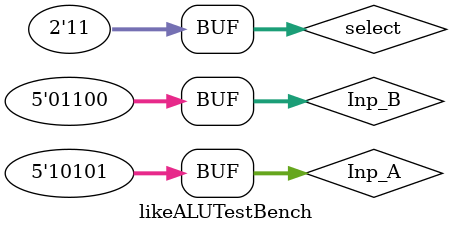
<source format=v>
`define DELAY 30
module likeALUTestBench();
reg [4:0] Inp_A,Inp_B;
reg [1:0] select;
wire [4:0] out;

likeALU testALU(out,Inp_A,Inp_B,select);

initial begin
//TEST-1
Inp_A = 5'b01100; Inp_B = 5'b10001; select = 2'b00;
#`DELAY;
Inp_A = 5'b01100; Inp_B = 5'b10001; select = 2'b01;
#`DELAY;
Inp_A = 5'b01100; Inp_B = 5'b10001; select = 2'b10;
#`DELAY;
Inp_A = 5'b01100; Inp_B = 5'b10001; select = 2'b11;
#`DELAY;

//TEST-2
Inp_A = 5'b11111; Inp_B = 5'b00001; select = 2'b00;
#`DELAY;
Inp_A = 5'b11111; Inp_B = 5'b00001; select = 2'b01;
#`DELAY;
Inp_A = 5'b11111; Inp_B = 5'b00001; select = 2'b10;
#`DELAY;
Inp_A = 5'b11111; Inp_B = 5'b00001; select = 2'b11;
#`DELAY;

//TEST-3
Inp_A = 5'b11010; Inp_B = 5'b01111; select = 2'b00;
#`DELAY;
Inp_A = 5'b11010; Inp_B = 5'b01111; select = 2'b01;
#`DELAY;
Inp_A = 5'b11010; Inp_B = 5'b01111; select = 2'b10;
#`DELAY;
Inp_A = 5'b11010; Inp_B = 5'b01111; select = 2'b11;
#`DELAY;

//TEST-4
Inp_A = 5'b11111; Inp_B = 5'b00000; select = 2'b00;
#`DELAY;
Inp_A = 5'b11111; Inp_B = 5'b00000; select = 2'b01;
#`DELAY;
Inp_A = 5'b11111; Inp_B = 5'b00000; select = 2'b10;
#`DELAY;
Inp_A = 5'b11111; Inp_B = 5'b00000; select = 2'b11;
#`DELAY;

//TEST-5
Inp_A = 5'b10101; Inp_B = 5'b01100; select = 2'b00;
#`DELAY;
Inp_A = 5'b10101; Inp_B = 5'b01100; select = 2'b01;
#`DELAY;
Inp_A = 5'b10101; Inp_B = 5'b01100; select = 2'b10;
#`DELAY;
Inp_A = 5'b10101; Inp_B = 5'b01100; select = 2'b11;

end

initial begin
$monitor("time=%2d, Inp_A=%5b, Inp_B=%5b, select=%2b, Output=%5b",$time,Inp_A,Inp_B,select,out);
end

endmodule

</source>
